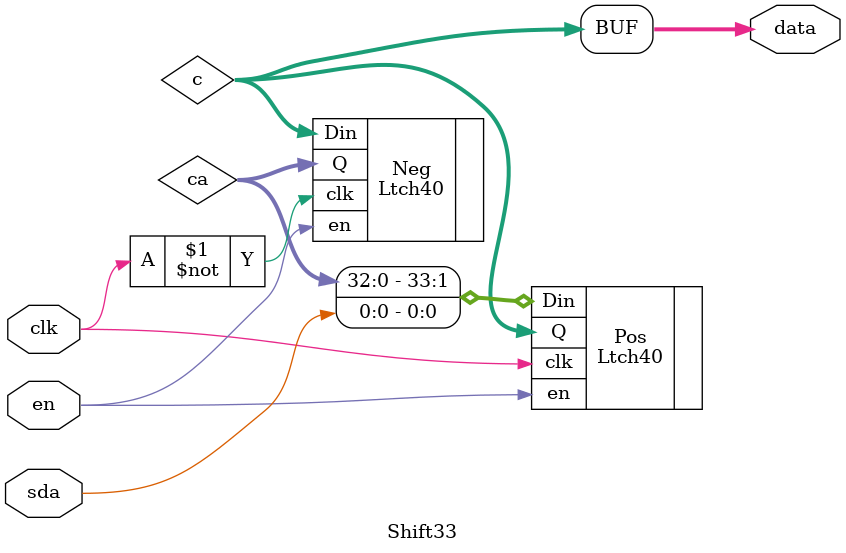
<source format=v>
`timescale 1ns / 1ps

module Shift33(
	output wire [32:0] data, 		// 32 time slices,each gets a counter
	input wire clk,    		// Output Serial Data Clock
	input wire en,
	input wire sda
);

wire [32:0]c;
wire [32:0]ca; 

Ltch40 Pos(	
.clk(clk),    		
.en(en),
.Din({ca[32:0],sda}),
.Q(c)
);

Ltch40 Neg(	
.clk(~clk),    		
.en(en),
.Din(c),
.Q(ca)
);

assign data = c[32:0];
endmodule
</source>
